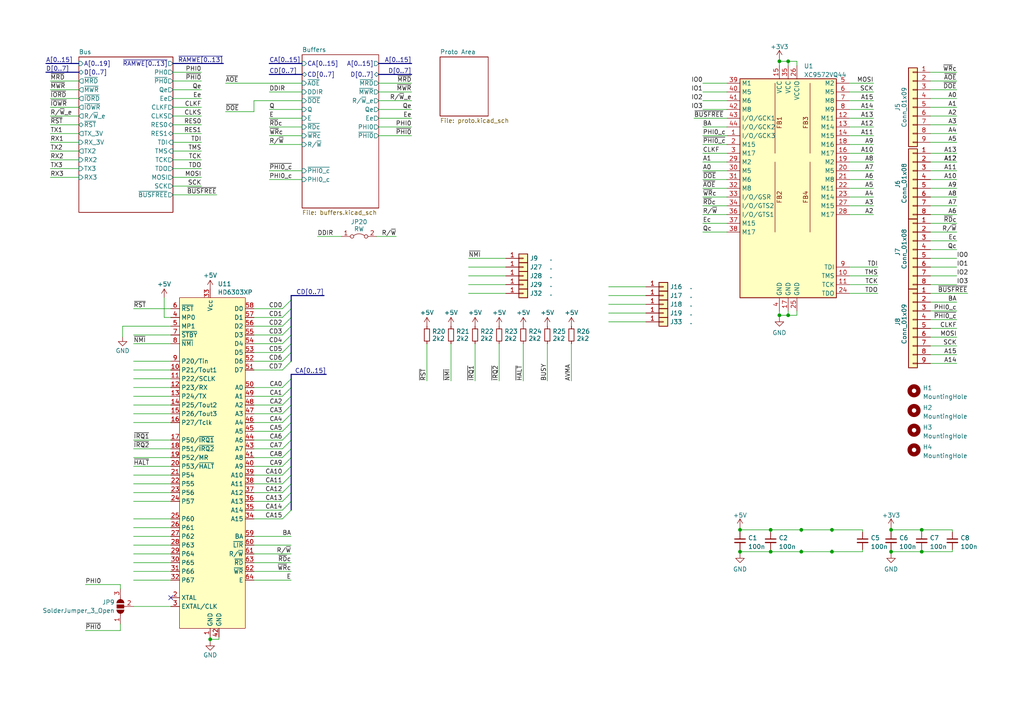
<source format=kicad_sch>
(kicad_sch (version 20230121) (generator eeschema)
  (paper "A4")
  (title_block (title "Unicomp v2 - 6502 6802 Board") (date "2023-06-29") (rev "v2") (company "100% Offner") (comment 1 "v2: Initial"))
  (lib_symbols
    (symbol "+5V_1" (power) (pin_names (offset 0))
      (property "Value" "+5V_1" (at 0 3.556 0))
      (symbol "+5V_1_1_1"
        (pin power_in line (at 0 0 90) (length 0) hide (name "+5V") (number "1"))
      )
    )
    (symbol "+5V_2" (power) (pin_names (offset 0))
      (property "Value" "+5V_2" (at 0 3.556 0))
      (symbol "+5V_2_1_1"
        (pin power_in line (at 0 0 90) (length 0) hide (name "+5V") (number "1"))
      )
    )
    (symbol "Connector_Generic:Conn_01x01" (pin_names (offset 1.016) hide)
      (property "Reference" "J" (at 0 2.54 0))
      (property "Value" "Conn_01x01" (at 0 -2.54 0))
      (symbol "Conn_01x01_1_1"
        (pin passive line (at -5.08 0 0) (length 3.81) (name "Pin_1") (number "1"))
      )
    )
    (symbol "Connector_Generic:Conn_01x08" (pin_names (offset 1.016) hide)
      (property "Reference" "J" (at 0 10.16 0))
      (property "Value" "Conn_01x08" (at 0 -12.7 0))
      (symbol "Conn_01x08_1_1"
        (pin passive line (at -5.08 7.62 0) (length 3.81) (name "Pin_1") (number "1"))
        (pin passive line (at -5.08 5.08 0) (length 3.81) (name "Pin_2") (number "2"))
        (pin passive line (at -5.08 2.54 0) (length 3.81) (name "Pin_3") (number "3"))
        (pin passive line (at -5.08 0 0) (length 3.81) (name "Pin_4") (number "4"))
        (pin passive line (at -5.08 -2.54 0) (length 3.81) (name "Pin_5") (number "5"))
        (pin passive line (at -5.08 -5.08 0) (length 3.81) (name "Pin_6") (number "6"))
        (pin passive line (at -5.08 -7.62 0) (length 3.81) (name "Pin_7") (number "7"))
        (pin passive line (at -5.08 -10.16 0) (length 3.81) (name "Pin_8") (number "8"))
      )
    )
    (symbol "Connector_Generic:Conn_01x09" (pin_names (offset 1.016) hide)
      (property "Reference" "J" (at 0 12.7 0))
      (property "Value" "Conn_01x09" (at 0 -12.7 0))
      (symbol "Conn_01x09_1_1"
        (pin passive line (at -5.08 10.16 0) (length 3.81) (name "Pin_1") (number "1"))
        (pin passive line (at -5.08 7.62 0) (length 3.81) (name "Pin_2") (number "2"))
        (pin passive line (at -5.08 5.08 0) (length 3.81) (name "Pin_3") (number "3"))
        (pin passive line (at -5.08 2.54 0) (length 3.81) (name "Pin_4") (number "4"))
        (pin passive line (at -5.08 0 0) (length 3.81) (name "Pin_5") (number "5"))
        (pin passive line (at -5.08 -2.54 0) (length 3.81) (name "Pin_6") (number "6"))
        (pin passive line (at -5.08 -5.08 0) (length 3.81) (name "Pin_7") (number "7"))
        (pin passive line (at -5.08 -7.62 0) (length 3.81) (name "Pin_8") (number "8"))
        (pin passive line (at -5.08 -10.16 0) (length 3.81) (name "Pin_9") (number "9"))
      )
    )
    (symbol "Device:C_Small" (pin_numbers hide) (pin_names (offset 0.254) hide)
      (property "Reference" "C" (at 0.254 1.778 0))
      (property "Value" "C_Small" (at 0.254 -2.032 0))
      (symbol "C_Small_1_1"
        (pin passive line (at 0 2.54 270) (length 2.032) (name "~") (number "1"))
        (pin passive line (at 0 -2.54 90) (length 2.032) (name "~") (number "2"))
      )
    )
    (symbol "Device:R_Small" (pin_numbers hide) (pin_names (offset 0.254) hide)
      (property "Reference" "R" (at 0.762 0.508 0))
      (property "Value" "R_Small" (at 0.762 -1.016 0))
      (symbol "R_Small_1_1"
        (pin passive line (at 0 2.54 270) (length 0.762) (name "~") (number "1"))
        (pin passive line (at 0 -2.54 90) (length 0.762) (name "~") (number "2"))
      )
    )
    (symbol "GND_1" (power) (pin_names (offset 0))
      (property "Value" "GND_1" (at 0 -3.81 0))
      (symbol "GND_1_1_1"
        (pin power_in line (at 0 0 270) (length 0) hide (name "GND") (number "1"))
      )
    )
    (symbol "Jumper:Jumper_2_Bridged" (pin_names (offset 0) hide)
      (property "Reference" "JP" (at 0 1.905 0))
      (property "Value" "Jumper_2_Bridged" (at 0 -2.54 0))
      (symbol "Jumper_2_Bridged_1_1"
        (pin passive line (at -5.08 0 0) (length 2.54) (name "A") (number "1"))
        (pin passive line (at 5.08 0 180) (length 2.54) (name "B") (number "2"))
      )
    )
    (symbol "Jumper:SolderJumper_3_Open" (pin_names (offset 0) hide)
      (property "Reference" "JP" (at -2.54 -2.54 0))
      (property "Value" "SolderJumper_3_Open" (at 0 2.794 0))
      (symbol "SolderJumper_3_Open_1_1"
        (pin passive line (at -5.08 0 0) (length 2.54) (name "A") (number "1"))
        (pin passive line (at 0 -3.81 90) (length 2.54) (name "C") (number "2"))
        (pin passive line (at 5.08 0 180) (length 2.54) (name "B") (number "3"))
      )
    )
    (symbol "Mechanical:MountingHole" (pin_names (offset 1.016))
      (property "Reference" "H" (at 0 5.08 0))
      (property "Value" "MountingHole" (at 0 3.175 0))
    )
    (symbol "my_ics_new:HD6303XP"
      (property "Reference" "U" (at 1.905 50.165 0))
      (property "Value" "HD6303XP" (at 6.35 47.625 0))
      (symbol "HD6303XP_1_1"
        (pin power_in line (at 0 -52.07 90) (length 2.54) (name "GND") (number "1"))
        (pin bidirectional line (at -11.43 25.4 0) (length 2.54) (name "P21/Tout1") (number "10"))
        (pin bidirectional line (at -11.43 22.86 0) (length 2.54) (name "P22/SCLK") (number "11"))
        (pin bidirectional line (at -11.43 20.32 0) (length 2.54) (name "P23/RX") (number "12"))
        (pin bidirectional line (at -11.43 17.78 0) (length 2.54) (name "P24/TX") (number "13"))
        (pin bidirectional line (at -11.43 15.24 0) (length 2.54) (name "P25/Tout2") (number "14"))
        (pin bidirectional line (at -11.43 12.7 0) (length 2.54) (name "P26/Tout3") (number "15"))
        (pin bidirectional line (at -11.43 10.16 0) (length 2.54) (name "P27/Tclk") (number "16"))
        (pin input line (at -11.43 5.08 0) (length 2.54) (name "P50/~{IRQ1}") (number "17"))
        (pin input line (at -11.43 2.54 0) (length 2.54) (name "P51/~{IRQ2}") (number "18"))
        (pin input line (at -11.43 0 0) (length 2.54) (name "P52/MR") (number "19"))
        (pin output line (at -11.43 -40.64 0) (length 2.54) (name "XTAL") (number "2"))
        (pin input line (at -11.43 -2.54 0) (length 2.54) (name "P53/~{HALT}") (number "20"))
        (pin input line (at -11.43 -5.08 0) (length 2.54) (name "P54") (number "21"))
        (pin input line (at -11.43 -7.62 0) (length 2.54) (name "P55") (number "22"))
        (pin input line (at -11.43 -10.16 0) (length 2.54) (name "P56") (number "23"))
        (pin input line (at -11.43 -12.7 0) (length 2.54) (name "P57") (number "24"))
        (pin bidirectional line (at -11.43 -17.78 0) (length 2.54) (name "P60") (number "25"))
        (pin bidirectional line (at -11.43 -20.32 0) (length 2.54) (name "P61") (number "26"))
        (pin bidirectional line (at -11.43 -22.86 0) (length 2.54) (name "P62") (number "27"))
        (pin bidirectional line (at -11.43 -25.4 0) (length 2.54) (name "P63") (number "28"))
        (pin bidirectional line (at -11.43 -27.94 0) (length 2.54) (name "P64") (number "29"))
        (pin input line (at -11.43 -43.18 0) (length 2.54) (name "EXTAL/CLK") (number "3"))
        (pin bidirectional line (at -11.43 -30.48 0) (length 2.54) (name "P65") (number "30"))
        (pin bidirectional line (at -11.43 -33.02 0) (length 2.54) (name "P66") (number "31"))
        (pin bidirectional line (at -11.43 -35.56 0) (length 2.54) (name "P67") (number "32"))
        (pin power_in line (at 0 48.895 270) (length 2.54) (name "Vcc") (number "33"))
        (pin power_in line (at 12.7 -17.78 180) (length 2.54) (name "A15") (number "34"))
        (pin power_in line (at 12.7 -15.24 180) (length 2.54) (name "A14") (number "35"))
        (pin power_in line (at 12.7 -12.7 180) (length 2.54) (name "A13") (number "36"))
        (pin power_in line (at 12.7 -10.16 180) (length 2.54) (name "A12") (number "37"))
        (pin power_in line (at 12.7 -7.62 180) (length 2.54) (name "A11") (number "38"))
        (pin power_in line (at 12.7 -5.08 180) (length 2.54) (name "A10") (number "39"))
        (pin input line (at -11.43 40.64 0) (length 2.54) (name "MP0") (number "4"))
        (pin power_in line (at 12.7 -2.54 180) (length 2.54) (name "A9") (number "40"))
        (pin power_in line (at 12.7 0 180) (length 2.54) (name "A8") (number "41"))
        (pin power_in line (at 2.54 -52.07 90) (length 2.54) (name "GND") (number "42"))
        (pin power_in line (at 12.7 2.54 180) (length 2.54) (name "A7") (number "43"))
        (pin power_in line (at 12.7 5.08 180) (length 2.54) (name "A6") (number "44"))
        (pin power_in line (at 12.7 7.62 180) (length 2.54) (name "A5") (number "45"))
        (pin power_in line (at 12.7 10.16 180) (length 2.54) (name "A4") (number "46"))
        (pin power_in line (at 12.7 12.7 180) (length 2.54) (name "A3") (number "47"))
        (pin power_in line (at 12.7 15.24 180) (length 2.54) (name "A2") (number "48"))
        (pin power_in line (at 12.7 17.78 180) (length 2.54) (name "A1") (number "49"))
        (pin input line (at -11.43 38.1 0) (length 2.54) (name "MP1") (number "5"))
        (pin power_in line (at 12.7 20.32 180) (length 2.54) (name "A0") (number "50"))
        (pin bidirectional line (at 12.7 25.4 180) (length 2.54) (name "D7") (number "51"))
        (pin bidirectional line (at 12.7 27.94 180) (length 2.54) (name "D6") (number "52"))
        (pin bidirectional line (at 12.7 30.48 180) (length 2.54) (name "D5") (number "53"))
        (pin bidirectional line (at 12.7 33.02 180) (length 2.54) (name "D4") (number "54"))
        (pin bidirectional line (at 12.7 35.56 180) (length 2.54) (name "D3") (number "55"))
        (pin bidirectional line (at 12.7 38.1 180) (length 2.54) (name "D2") (number "56"))
        (pin bidirectional line (at 12.7 40.64 180) (length 2.54) (name "D1") (number "57"))
        (pin bidirectional line (at 12.7 43.18 180) (length 2.54) (name "D0") (number "58"))
        (pin output line (at 12.7 -22.86 180) (length 2.54) (name "BA") (number "59"))
        (pin input line (at -11.43 43.18 0) (length 2.54) (name "~{RST}") (number "6"))
        (pin output line (at 12.7 -25.4 180) (length 2.54) (name "~{LIR}") (number "60"))
        (pin output line (at 12.7 -27.94 180) (length 2.54) (name "R/~{W}") (number "61"))
        (pin output line (at 12.7 -33.02 180) (length 2.54) (name "~{WR}") (number "62"))
        (pin output line (at 12.7 -30.48 180) (length 2.54) (name "~{RD}") (number "63"))
        (pin output line (at 12.7 -35.56 180) (length 2.54) (name "E") (number "64"))
        (pin input line (at -11.43 35.56 0) (length 2.54) (name "~{STBY}") (number "7"))
        (pin input line (at -11.43 33.02 0) (length 2.54) (name "~{NMI}") (number "8"))
        (pin bidirectional line (at -11.43 27.94 0) (length 2.54) (name "P20/Tin") (number "9"))
      )
    )
    (symbol "my_ics_new:XC9572VQ44"
      (property "Reference" "U" (at -12.7 34.29 0))
      (property "Value" "XC9572VQ44" (at -12.7 31.75 0))
      (symbol "XC9572VQ44_0_0"
        (text "FB1" (at -2.54 16.51 900) (effects (font (size 1.27 1.27))))
        (text "FB2" (at -2.54 -5.08 900) (effects (font (size 1.27 1.27))))
        (text "FB3" (at 5.08 16.51 900) (effects (font (size 1.27 1.27))))
        (text "FB4" (at 5.08 -5.08 900) (effects (font (size 1.27 1.27))))
      )
      (symbol "XC9572VQ44_1_1"
        (pin bidirectional line (at -17.78 12.7 0) (length 3.81) (name "I/O/GCK3") (number "1"))
        (pin input line (at 17.78 -27.94 180) (length 3.81) (name "TMS") (number "10"))
        (pin input line (at 17.78 -30.48 180) (length 3.81) (name "TCK") (number "11"))
        (pin bidirectional line (at 17.78 17.78 180) (length 3.81) (name "M11") (number "12"))
        (pin bidirectional line (at 17.78 15.24 180) (length 3.81) (name "M14") (number "13"))
        (pin bidirectional line (at 17.78 12.7 180) (length 3.81) (name "M15") (number "14"))
        (pin power_in line (at -2.54 33.02 270) (length 3.81) (name "VCC") (number "15"))
        (pin bidirectional line (at 17.78 7.62 180) (length 3.81) (name "M17") (number "16"))
        (pin power_in line (at 0 -38.1 90) (length 3.81) (name "GND") (number "17"))
        (pin bidirectional line (at 17.78 10.16 180) (length 3.81) (name "M16") (number "18"))
        (pin bidirectional line (at 17.78 5.08 180) (length 3.81) (name "M2") (number "19"))
        (pin bidirectional line (at -17.78 10.16 0) (length 3.81) (name "M15") (number "2"))
        (pin bidirectional line (at 17.78 2.54 180) (length 3.81) (name "M5") (number "20"))
        (pin bidirectional line (at 17.78 0 180) (length 3.81) (name "M8") (number "21"))
        (pin bidirectional line (at 17.78 -2.54 180) (length 3.81) (name "M11") (number "22"))
        (pin bidirectional line (at 17.78 -5.08 180) (length 3.81) (name "M14") (number "23"))
        (pin output line (at 17.78 -33.02 180) (length 3.81) (name "TDO") (number "24"))
        (pin power_in line (at 2.54 -38.1 90) (length 3.81) (name "GND") (number "25"))
        (pin power_in line (at 2.54 33.02 270) (length 3.81) (name "VCCIO") (number "26"))
        (pin bidirectional line (at 17.78 -7.62 180) (length 3.81) (name "M15") (number "27"))
        (pin bidirectional line (at 17.78 -10.16 180) (length 3.81) (name "M17") (number "28"))
        (pin bidirectional line (at -17.78 5.08 0) (length 3.81) (name "M2") (number "29"))
        (pin bidirectional line (at -17.78 7.62 0) (length 3.81) (name "M17") (number "3"))
        (pin bidirectional line (at -17.78 2.54 0) (length 3.81) (name "M5") (number "30"))
        (pin bidirectional line (at -17.78 0 0) (length 3.81) (name "M6") (number "31"))
        (pin bidirectional line (at -17.78 -2.54 0) (length 3.81) (name "M8") (number "32"))
        (pin bidirectional line (at -17.78 -5.08 0) (length 3.81) (name "I/O/GSR") (number "33"))
        (pin bidirectional line (at -17.78 -7.62 0) (length 3.81) (name "I/O/GTS2") (number "34"))
        (pin power_in line (at 0 33.02 270) (length 3.81) (name "VCC") (number "35"))
        (pin bidirectional line (at -17.78 -10.16 0) (length 3.81) (name "I/O/GTS1") (number "36"))
        (pin bidirectional line (at -17.78 -12.7 0) (length 3.81) (name "M15") (number "37"))
        (pin bidirectional line (at -17.78 -15.24 0) (length 3.81) (name "M17") (number "38"))
        (pin bidirectional line (at -17.78 27.94 0) (length 3.81) (name "M1") (number "39"))
        (pin power_in line (at -2.54 -38.1 90) (length 3.81) (name "GND") (number "4"))
        (pin bidirectional line (at -17.78 25.4 0) (length 3.81) (name "M5") (number "40"))
        (pin bidirectional line (at -17.78 22.86 0) (length 3.81) (name "M6") (number "41"))
        (pin bidirectional line (at -17.78 20.32 0) (length 3.81) (name "M8") (number "42"))
        (pin bidirectional line (at -17.78 17.78 0) (length 3.81) (name "I/O/GCK1") (number "43"))
        (pin bidirectional line (at -17.78 15.24 0) (length 3.81) (name "I/O/GCK2") (number "44"))
        (pin bidirectional line (at 17.78 27.94 180) (length 3.81) (name "M2") (number "5"))
        (pin bidirectional line (at 17.78 25.4 180) (length 3.81) (name "M5") (number "6"))
        (pin bidirectional line (at 17.78 22.86 180) (length 3.81) (name "M8") (number "7"))
        (pin bidirectional line (at 17.78 20.32 180) (length 3.81) (name "M9") (number "8"))
        (pin input line (at 17.78 -25.4 180) (length 3.81) (name "TDI") (number "9"))
      )
    )
    (symbol "power:+3V3" (power) (pin_names (offset 0))
      (property "Value" "+3V3" (at 0 3.556 0))
      (symbol "+3V3_1_1"
        (pin power_in line (at 0 0 90) (length 0) hide (name "+3V3") (number "1"))
      )
    )
    (symbol "power:+5V" (power) (pin_names (offset 0))
      (property "Value" "+5V" (at 0 3.556 0))
      (symbol "+5V_1_1"
        (pin power_in line (at 0 0 90) (length 0) hide (name "+5V") (number "1"))
      )
    )
    (symbol "power:GND" (power) (pin_names (offset 0))
      (property "Value" "GND" (at 0 -3.81 0))
      (symbol "GND_1_1"
        (pin power_in line (at 0 0 270) (length 0) hide (name "GND") (number "1"))
      )
    )
  )
  (junction (at 232.41 160.02))
  (junction (at 258.445 153.67))
  (junction (at 226.06 17.78))
  (junction (at 223.52 153.67))
  (junction (at 241.3 160.02))
  (junction (at 60.96 185.42))
  (junction (at 241.3 153.67))
  (junction (at 214.63 153.67))
  (junction (at 267.335 153.67))
  (junction (at 223.52 160.02))
  (junction (at 228.6 91.44))
  (junction (at 232.41 153.67))
  (junction (at 214.63 160.02))
  (junction (at 258.445 160.02))
  (junction (at 226.06 91.44))
  (junction (at 228.6 17.78))
  (junction (at 267.335 160.02))
  (no_connect (at 49.53 173.355))
  (bus_entry (at 84.455 112.395) (size -2.54 2.54))
  (bus_entry (at 84.455 140.335) (size -2.54 2.54))
  (bus_entry (at 84.455 94.615) (size -2.54 2.54))
  (bus_entry (at 84.455 120.015) (size -2.54 2.54))
  (bus_entry (at 84.455 89.535) (size -2.54 2.54))
  (bus_entry (at 84.455 135.255) (size -2.54 2.54))
  (bus_entry (at 84.455 86.995) (size -2.54 2.54))
  (bus_entry (at 84.455 145.415) (size -2.54 2.54))
  (bus_entry (at 84.455 117.475) (size -2.54 2.54))
  (bus_entry (at 84.455 142.875) (size -2.54 2.54))
  (bus_entry (at 84.455 104.775) (size -2.54 2.54))
  (bus_entry (at 84.455 132.715) (size -2.54 2.54))
  (bus_entry (at 84.455 109.855) (size -2.54 2.54))
  (bus_entry (at 84.455 127.635) (size -2.54 2.54))
  (bus_entry (at 84.455 97.155) (size -2.54 2.54))
  (bus_entry (at 84.455 102.235) (size -2.54 2.54))
  (bus_entry (at 84.455 114.935) (size -2.54 2.54))
  (bus_entry (at 84.455 122.555) (size -2.54 2.54))
  (bus_entry (at 84.455 99.695) (size -2.54 2.54))
  (bus_entry (at 84.455 137.795) (size -2.54 2.54))
  (bus_entry (at 84.455 130.175) (size -2.54 2.54))
  (bus_entry (at 84.455 125.095) (size -2.54 2.54))
  (bus_entry (at 84.455 92.075) (size -2.54 2.54))
  (bus_entry (at 84.455 147.955) (size -2.54 2.54))
  (bus (pts (xy 84.455 94.615) (xy 84.455 97.155)))
  (wire (pts (xy 269.875 41.275) (xy 277.495 41.275)))
  (wire (pts (xy 241.3 159.385) (xy 241.3 160.02)))
  (wire (pts (xy 250.19 159.385) (xy 250.19 160.02)))
  (wire (pts (xy 203.835 24.13) (xy 210.82 24.13)))
  (wire (pts (xy 223.52 153.67) (xy 223.52 154.305)))
  (wire (pts (xy 73.66 158.115) (xy 84.455 158.115)))
  (wire (pts (xy 38.735 135.255) (xy 49.53 135.255)))
  (wire (pts (xy 14.605 31.115) (xy 22.86 31.115)))
  (wire (pts (xy 269.875 69.85) (xy 277.495 69.85)))
  (bus (pts (xy 84.455 147.955) (xy 84.455 145.415)))
  (wire (pts (xy 246.38 26.67) (xy 253.365 26.67)))
  (wire (pts (xy 73.66 94.615) (xy 81.915 94.615)))
  (wire (pts (xy 50.165 43.815) (xy 58.42 43.815)))
  (wire (pts (xy 73.66 107.315) (xy 81.915 107.315)))
  (bus (pts (xy 50.165 18.415) (xy 64.77 18.415)))
  (wire (pts (xy 38.735 89.535) (xy 49.53 89.535)))
  (wire (pts (xy 269.875 54.61) (xy 277.495 54.61)))
  (wire (pts (xy 38.735 153.035) (xy 49.53 153.035)))
  (wire (pts (xy 269.875 49.53) (xy 277.495 49.53)))
  (bus (pts (xy 109.855 21.59) (xy 119.38 21.59)))
  (wire (pts (xy 176.53 93.345) (xy 187.325 93.345)))
  (wire (pts (xy 38.735 150.495) (xy 49.53 150.495)))
  (wire (pts (xy 151.765 110.49) (xy 151.765 99.695)))
  (bus (pts (xy 84.455 125.095) (xy 84.455 122.555)))
  (bus (pts (xy 84.455 99.695) (xy 84.455 102.235)))
  (wire (pts (xy 109.855 26.67) (xy 119.38 26.67)))
  (wire (pts (xy 65.405 32.385) (xy 73.66 32.385)))
  (wire (pts (xy 269.875 26.035) (xy 277.495 26.035)))
  (wire (pts (xy 201.295 34.29) (xy 210.82 34.29)))
  (wire (pts (xy 60.96 185.42) (xy 60.96 186.055)))
  (wire (pts (xy 38.735 163.195) (xy 49.53 163.195)))
  (wire (pts (xy 269.875 38.735) (xy 277.495 38.735)))
  (wire (pts (xy 73.66 99.695) (xy 81.915 99.695)))
  (wire (pts (xy 50.165 36.195) (xy 58.42 36.195)))
  (wire (pts (xy 214.63 160.655) (xy 214.63 160.02)))
  (wire (pts (xy 73.66 145.415) (xy 81.915 145.415)))
  (bus (pts (xy 84.455 86.995) (xy 84.455 89.535)))
  (wire (pts (xy 203.835 39.37) (xy 210.82 39.37)))
  (wire (pts (xy 214.63 160.02) (xy 223.52 160.02)))
  (wire (pts (xy 269.875 74.93) (xy 277.495 74.93)))
  (wire (pts (xy 203.835 26.67) (xy 210.82 26.67)))
  (wire (pts (xy 73.66 168.275) (xy 84.455 168.275)))
  (wire (pts (xy 146.685 85.09) (xy 135.89 85.09)))
  (wire (pts (xy 73.66 147.955) (xy 81.915 147.955)))
  (wire (pts (xy 38.735 120.015) (xy 49.53 120.015)))
  (wire (pts (xy 38.735 160.655) (xy 49.53 160.655)))
  (wire (pts (xy 65.405 24.13) (xy 87.63 24.13)))
  (bus (pts (xy 84.455 117.475) (xy 84.455 114.935)))
  (wire (pts (xy 109.855 39.37) (xy 119.38 39.37)))
  (wire (pts (xy 50.165 20.955) (xy 58.42 20.955)))
  (wire (pts (xy 267.335 160.02) (xy 276.225 160.02)))
  (bus (pts (xy 84.455 127.635) (xy 84.455 125.095)))
  (wire (pts (xy 226.06 17.78) (xy 226.06 19.05)))
  (bus (pts (xy 109.855 18.415) (xy 119.38 18.415)))
  (wire (pts (xy 38.735 109.855) (xy 49.53 109.855)))
  (wire (pts (xy 50.165 28.575) (xy 58.42 28.575)))
  (wire (pts (xy 35.56 94.615) (xy 49.53 94.615)))
  (wire (pts (xy 78.105 41.91) (xy 87.63 41.91)))
  (wire (pts (xy 73.66 112.395) (xy 81.915 112.395)))
  (wire (pts (xy 109.855 24.13) (xy 119.38 24.13)))
  (wire (pts (xy 63.5 185.42) (xy 63.5 184.785)))
  (wire (pts (xy 250.19 153.67) (xy 250.19 154.305)))
  (wire (pts (xy 73.66 104.775) (xy 81.915 104.775)))
  (wire (pts (xy 232.41 160.02) (xy 241.3 160.02)))
  (wire (pts (xy 38.735 107.315) (xy 49.53 107.315)))
  (wire (pts (xy 73.66 163.195) (xy 84.455 163.195)))
  (wire (pts (xy 228.6 17.78) (xy 228.6 19.05)))
  (wire (pts (xy 203.835 36.83) (xy 210.82 36.83)))
  (wire (pts (xy 258.445 153.67) (xy 267.335 153.67)))
  (wire (pts (xy 78.105 49.53) (xy 87.63 49.53)))
  (wire (pts (xy 269.875 52.07) (xy 277.495 52.07)))
  (wire (pts (xy 14.605 46.355) (xy 22.86 46.355)))
  (wire (pts (xy 92.075 68.58) (xy 99.06 68.58)))
  (wire (pts (xy 78.105 36.83) (xy 87.63 36.83)))
  (wire (pts (xy 34.925 182.88) (xy 34.925 180.975)))
  (wire (pts (xy 269.875 102.87) (xy 277.495 102.87)))
  (bus (pts (xy 84.455 108.585) (xy 94.615 108.585)))
  (wire (pts (xy 269.875 57.15) (xy 277.495 57.15)))
  (wire (pts (xy 203.835 54.61) (xy 210.82 54.61)))
  (wire (pts (xy 246.38 59.69) (xy 253.365 59.69)))
  (wire (pts (xy 226.06 17.145) (xy 226.06 17.78)))
  (wire (pts (xy 50.165 51.435) (xy 58.42 51.435)))
  (wire (pts (xy 258.445 153.035) (xy 258.445 153.67)))
  (wire (pts (xy 73.66 155.575) (xy 84.455 155.575)))
  (bus (pts (xy 84.455 120.015) (xy 84.455 117.475)))
  (wire (pts (xy 246.38 24.13) (xy 253.365 24.13)))
  (wire (pts (xy 73.66 92.075) (xy 81.915 92.075)))
  (wire (pts (xy 269.875 62.23) (xy 277.495 62.23)))
  (wire (pts (xy 203.835 59.69) (xy 210.82 59.69)))
  (wire (pts (xy 269.875 82.55) (xy 277.495 82.55)))
  (wire (pts (xy 258.445 153.67) (xy 258.445 154.305)))
  (wire (pts (xy 38.735 142.875) (xy 49.53 142.875)))
  (bus (pts (xy 84.455 132.715) (xy 84.455 130.175)))
  (wire (pts (xy 38.735 117.475) (xy 49.53 117.475)))
  (wire (pts (xy 203.835 52.07) (xy 210.82 52.07)))
  (wire (pts (xy 14.605 41.275) (xy 22.86 41.275)))
  (wire (pts (xy 226.06 17.78) (xy 228.6 17.78)))
  (wire (pts (xy 267.335 159.385) (xy 267.335 160.02)))
  (wire (pts (xy 38.735 140.335) (xy 49.53 140.335)))
  (wire (pts (xy 158.75 110.49) (xy 158.75 99.695)))
  (wire (pts (xy 232.41 153.67) (xy 232.41 154.305)))
  (wire (pts (xy 78.105 34.29) (xy 87.63 34.29)))
  (wire (pts (xy 73.66 120.015) (xy 81.915 120.015)))
  (wire (pts (xy 24.765 169.545) (xy 34.925 169.545)))
  (wire (pts (xy 14.605 51.435) (xy 22.86 51.435)))
  (wire (pts (xy 38.735 114.935) (xy 49.53 114.935)))
  (wire (pts (xy 176.53 90.805) (xy 187.325 90.805)))
  (wire (pts (xy 269.875 20.955) (xy 277.495 20.955)))
  (wire (pts (xy 203.835 57.15) (xy 210.82 57.15)))
  (wire (pts (xy 269.875 77.47) (xy 277.495 77.47)))
  (wire (pts (xy 214.63 153.035) (xy 214.63 153.67)))
  (wire (pts (xy 232.41 153.67) (xy 241.3 153.67)))
  (wire (pts (xy 73.66 102.235) (xy 81.915 102.235)))
  (bus (pts (xy 84.455 142.875) (xy 84.455 140.335)))
  (wire (pts (xy 146.685 77.47) (xy 135.89 77.47)))
  (wire (pts (xy 246.38 34.29) (xy 253.365 34.29)))
  (wire (pts (xy 231.14 91.44) (xy 231.14 90.17)))
  (wire (pts (xy 246.38 39.37) (xy 253.365 39.37)))
  (wire (pts (xy 223.52 153.67) (xy 232.41 153.67)))
  (wire (pts (xy 38.735 155.575) (xy 49.53 155.575)))
  (wire (pts (xy 60.96 184.785) (xy 60.96 185.42)))
  (wire (pts (xy 269.875 28.575) (xy 277.495 28.575)))
  (wire (pts (xy 14.605 33.655) (xy 22.86 33.655)))
  (wire (pts (xy 73.66 117.475) (xy 81.915 117.475)))
  (bus (pts (xy 84.455 112.395) (xy 84.455 109.855)))
  (wire (pts (xy 50.165 26.035) (xy 58.42 26.035)))
  (wire (pts (xy 38.735 104.775) (xy 49.53 104.775)))
  (wire (pts (xy 228.6 91.44) (xy 231.14 91.44)))
  (wire (pts (xy 176.53 83.185) (xy 187.325 83.185)))
  (bus (pts (xy 22.86 18.415) (xy 13.335 18.415)))
  (wire (pts (xy 269.875 33.655) (xy 277.495 33.655)))
  (wire (pts (xy 38.735 132.715) (xy 49.53 132.715)))
  (wire (pts (xy 228.6 17.78) (xy 231.14 17.78)))
  (wire (pts (xy 269.875 87.63) (xy 277.495 87.63)))
  (wire (pts (xy 146.685 80.01) (xy 135.89 80.01)))
  (bus (pts (xy 93.98 85.725) (xy 84.455 85.725)))
  (wire (pts (xy 246.38 77.47) (xy 254.635 77.47)))
  (wire (pts (xy 109.855 34.29) (xy 119.38 34.29)))
  (wire (pts (xy 246.38 62.23) (xy 253.365 62.23)))
  (wire (pts (xy 232.41 159.385) (xy 232.41 160.02)))
  (wire (pts (xy 73.66 122.555) (xy 81.915 122.555)))
  (wire (pts (xy 228.6 91.44) (xy 228.6 90.17)))
  (wire (pts (xy 50.165 48.895) (xy 58.42 48.895)))
  (wire (pts (xy 73.66 29.21) (xy 87.63 29.21)))
  (wire (pts (xy 73.66 89.535) (xy 81.915 89.535)))
  (wire (pts (xy 50.165 33.655) (xy 58.42 33.655)))
  (wire (pts (xy 246.38 36.83) (xy 253.365 36.83)))
  (wire (pts (xy 73.66 130.175) (xy 81.915 130.175)))
  (wire (pts (xy 73.66 132.715) (xy 81.915 132.715)))
  (wire (pts (xy 269.875 80.01) (xy 277.495 80.01)))
  (wire (pts (xy 269.875 31.115) (xy 277.495 31.115)))
  (wire (pts (xy 47.625 86.36) (xy 47.625 92.075)))
  (wire (pts (xy 203.835 46.99) (xy 210.82 46.99)))
  (wire (pts (xy 176.53 85.725) (xy 187.325 85.725)))
  (wire (pts (xy 78.105 52.07) (xy 87.63 52.07)))
  (wire (pts (xy 73.66 137.795) (xy 81.915 137.795)))
  (wire (pts (xy 14.605 36.195) (xy 22.86 36.195)))
  (bus (pts (xy 84.455 97.155) (xy 84.455 99.695)))
  (wire (pts (xy 38.735 165.735) (xy 49.53 165.735)))
  (bus (pts (xy 87.63 18.415) (xy 78.105 18.415)))
  (wire (pts (xy 241.3 153.67) (xy 241.3 154.305)))
  (wire (pts (xy 38.735 158.115) (xy 49.53 158.115)))
  (wire (pts (xy 50.165 41.275) (xy 58.42 41.275)))
  (wire (pts (xy 269.875 92.71) (xy 277.495 92.71)))
  (wire (pts (xy 226.06 91.44) (xy 228.6 91.44)))
  (bus (pts (xy 84.455 122.555) (xy 84.455 120.015)))
  (wire (pts (xy 269.875 67.31) (xy 277.495 67.31)))
  (wire (pts (xy 269.875 90.17) (xy 277.495 90.17)))
  (wire (pts (xy 226.06 90.17) (xy 226.06 91.44)))
  (wire (pts (xy 269.875 97.79) (xy 277.495 97.79)))
  (bus (pts (xy 84.455 130.175) (xy 84.455 127.635)))
  (wire (pts (xy 223.52 159.385) (xy 223.52 160.02)))
  (bus (pts (xy 84.455 114.935) (xy 84.455 112.395)))
  (wire (pts (xy 203.835 64.77) (xy 210.82 64.77)))
  (wire (pts (xy 50.165 53.975) (xy 58.42 53.975)))
  (wire (pts (xy 203.835 49.53) (xy 210.82 49.53)))
  (wire (pts (xy 137.795 110.49) (xy 137.795 99.695)))
  (wire (pts (xy 38.735 112.395) (xy 49.53 112.395)))
  (wire (pts (xy 38.735 145.415) (xy 49.53 145.415)))
  (wire (pts (xy 203.835 29.21) (xy 210.82 29.21)))
  (bus (pts (xy 84.455 102.235) (xy 84.455 104.775)))
  (wire (pts (xy 14.605 28.575) (xy 22.86 28.575)))
  (wire (pts (xy 246.38 29.21) (xy 253.365 29.21)))
  (wire (pts (xy 78.105 39.37) (xy 87.63 39.37)))
  (wire (pts (xy 246.38 49.53) (xy 253.365 49.53)))
  (wire (pts (xy 50.165 56.515) (xy 62.865 56.515)))
  (bus (pts (xy 84.455 85.725) (xy 84.455 86.995)))
  (bus (pts (xy 84.455 135.255) (xy 84.455 132.715)))
  (wire (pts (xy 246.38 31.75) (xy 253.365 31.75)))
  (wire (pts (xy 73.66 150.495) (xy 81.915 150.495)))
  (wire (pts (xy 38.735 130.175) (xy 49.53 130.175)))
  (wire (pts (xy 203.835 41.91) (xy 210.82 41.91)))
  (wire (pts (xy 73.66 127.635) (xy 81.915 127.635)))
  (wire (pts (xy 223.52 160.02) (xy 232.41 160.02)))
  (wire (pts (xy 50.165 38.735) (xy 58.42 38.735)))
  (wire (pts (xy 246.38 41.91) (xy 253.365 41.91)))
  (wire (pts (xy 123.825 110.49) (xy 123.825 99.695)))
  (wire (pts (xy 14.605 43.815) (xy 22.86 43.815)))
  (wire (pts (xy 269.875 36.195) (xy 277.495 36.195)))
  (wire (pts (xy 231.14 17.78) (xy 231.14 19.05)))
  (wire (pts (xy 38.735 168.275) (xy 49.53 168.275)))
  (wire (pts (xy 38.735 99.695) (xy 49.53 99.695)))
  (wire (pts (xy 130.81 110.49) (xy 130.81 99.695)))
  (wire (pts (xy 203.835 67.31) (xy 210.82 67.31)))
  (wire (pts (xy 14.605 38.735) (xy 22.86 38.735)))
  (wire (pts (xy 73.66 140.335) (xy 81.915 140.335)))
  (wire (pts (xy 34.925 169.545) (xy 34.925 170.815)))
  (wire (pts (xy 214.63 153.67) (xy 214.63 154.305)))
  (wire (pts (xy 109.855 29.21) (xy 119.38 29.21)))
  (wire (pts (xy 276.225 159.385) (xy 276.225 160.02)))
  (wire (pts (xy 14.605 23.495) (xy 22.86 23.495)))
  (wire (pts (xy 203.835 44.45) (xy 210.82 44.45)))
  (wire (pts (xy 144.78 110.49) (xy 144.78 99.695)))
  (wire (pts (xy 14.605 26.035) (xy 22.86 26.035)))
  (bus (pts (xy 87.63 21.59) (xy 78.105 21.59)))
  (wire (pts (xy 165.735 110.49) (xy 165.735 99.695)))
  (wire (pts (xy 38.735 97.155) (xy 49.53 97.155)))
  (wire (pts (xy 73.66 165.735) (xy 84.455 165.735)))
  (wire (pts (xy 226.06 91.44) (xy 226.06 92.075)))
  (bus (pts (xy 84.455 109.855) (xy 84.455 108.585)))
  (wire (pts (xy 203.835 62.23) (xy 210.82 62.23)))
  (wire (pts (xy 269.875 59.69) (xy 277.495 59.69)))
  (wire (pts (xy 146.685 74.93) (xy 135.89 74.93)))
  (wire (pts (xy 78.105 26.67) (xy 87.63 26.67)))
  (wire (pts (xy 258.445 160.02) (xy 267.335 160.02)))
  (bus (pts (xy 84.455 137.795) (xy 84.455 135.255)))
  (wire (pts (xy 60.96 185.42) (xy 63.5 185.42)))
  (bus (pts (xy 84.455 140.335) (xy 84.455 137.795)))
  (wire (pts (xy 203.835 31.75) (xy 210.82 31.75)))
  (wire (pts (xy 269.875 85.09) (xy 280.67 85.09)))
  (wire (pts (xy 246.38 52.07) (xy 253.365 52.07)))
  (wire (pts (xy 269.875 100.33) (xy 277.495 100.33)))
  (wire (pts (xy 246.38 44.45) (xy 253.365 44.45)))
  (wire (pts (xy 267.335 153.67) (xy 267.335 154.305)))
  (wire (pts (xy 269.875 23.495) (xy 277.495 23.495)))
  (wire (pts (xy 246.38 54.61) (xy 253.365 54.61)))
  (wire (pts (xy 246.38 85.09) (xy 254.635 85.09)))
  (wire (pts (xy 109.855 36.83) (xy 119.38 36.83)))
  (wire (pts (xy 38.735 127.635) (xy 49.53 127.635)))
  (wire (pts (xy 35.56 97.79) (xy 35.56 94.615)))
  (wire (pts (xy 269.875 46.99) (xy 277.495 46.99)))
  (wire (pts (xy 269.875 72.39) (xy 277.495 72.39)))
  (wire (pts (xy 50.165 23.495) (xy 58.42 23.495)))
  (wire (pts (xy 38.735 137.795) (xy 49.53 137.795)))
  (wire (pts (xy 269.875 95.25) (xy 277.495 95.25)))
  (wire (pts (xy 73.66 135.255) (xy 81.915 135.255)))
  (wire (pts (xy 176.53 88.265) (xy 187.325 88.265)))
  (wire (pts (xy 73.66 114.935) (xy 81.915 114.935)))
  (bus (pts (xy 22.86 20.955) (xy 13.335 20.955)))
  (wire (pts (xy 109.855 31.75) (xy 119.38 31.75)))
  (wire (pts (xy 241.3 160.02) (xy 250.19 160.02)))
  (wire (pts (xy 246.38 46.99) (xy 253.365 46.99)))
  (wire (pts (xy 269.875 64.77) (xy 277.495 64.77)))
  (wire (pts (xy 47.625 92.075) (xy 49.53 92.075)))
  (wire (pts (xy 50.165 46.355) (xy 58.42 46.355)))
  (wire (pts (xy 73.66 160.655) (xy 84.455 160.655)))
  (wire (pts (xy 50.165 31.115) (xy 58.42 31.115)))
  (wire (pts (xy 38.735 175.895) (xy 49.53 175.895)))
  (wire (pts (xy 214.63 160.02) (xy 214.63 159.385)))
  (wire (pts (xy 258.445 159.385) (xy 258.445 160.02)))
  (wire (pts (xy 109.22 68.58) (xy 114.935 68.58)))
  (wire (pts (xy 258.445 160.02) (xy 258.445 160.655)))
  (wire (pts (xy 73.66 32.385) (xy 73.66 29.21)))
  (wire (pts (xy 276.225 153.67) (xy 276.225 154.305)))
  (wire (pts (xy 214.63 153.67) (xy 223.52 153.67)))
  (wire (pts (xy 267.335 153.67) (xy 276.225 153.67)))
  (bus (pts (xy 84.455 89.535) (xy 84.455 92.075)))
  (bus (pts (xy 84.455 145.415) (xy 84.455 142.875)))
  (wire (pts (xy 246.38 80.01) (xy 254.635 80.01)))
  (wire (pts (xy 24.765 182.88) (xy 34.925 182.88)))
  (wire (pts (xy 246.38 82.55) (xy 254.635 82.55)))
  (wire (pts (xy 14.605 48.895) (xy 22.86 48.895)))
  (wire (pts (xy 269.875 105.41) (xy 277.495 105.41)))
  (wire (pts (xy 269.875 44.45) (xy 277.495 44.45)))
  (wire (pts (xy 73.66 97.155) (xy 81.915 97.155)))
  (wire (pts (xy 241.3 153.67) (xy 250.19 153.67)))
  (wire (pts (xy 246.38 57.15) (xy 253.365 57.15)))
  (wire (pts (xy 73.66 125.095) (xy 81.915 125.095)))
  (wire (pts (xy 146.685 82.55) (xy 135.89 82.55)))
  (wire (pts (xy 78.105 31.75) (xy 87.63 31.75)))
  (wire (pts (xy 38.735 122.555) (xy 49.53 122.555)))
  (bus (pts (xy 84.455 92.075) (xy 84.455 94.615)))
  (wire (pts (xy 73.66 142.875) (xy 81.915 142.875)))
  (label "CD3" (at 81.915 97.155 180))
  (label "CA7" (at 81.915 130.175 180))
  (label "~{PHI0}" (at 24.765 182.88 0))
  (label "~{IOWR}" (at 14.605 31.115 0))
  (label "~{PHI0}" (at 119.38 39.37 180))
  (label "A9" (at 253.365 41.91 180))
  (label "A5" (at 253.365 54.61 180))
  (label "A14" (at 277.495 105.41 180))
  (label "~{DOE}" (at 203.835 52.07 0))
  (label "CA14" (at 81.915 147.955 180))
  (label "CA11" (at 81.915 140.335 180))
  (label "~{WR}c" (at 203.835 57.15 0))
  (label "E" (at 78.105 34.29 0))
  (label "~{WR}c" (at 84.455 165.735 180))
  (label "~{NMI}" (at 135.89 74.93 0))
  (label "Ee" (at 58.42 28.575 180))
  (label "PHI0_c" (at 277.495 90.17 180))
  (label "A1" (at 277.495 31.115 180))
  (label "R{slash}~{W}" (at 203.835 62.23 0))
  (label "TCK" (at 254.635 82.55 180))
  (label "A11" (at 253.365 39.37 180))
  (label "~{MWR}" (at 119.38 26.67 180))
  (label "BA" (at 84.455 155.575 180))
  (label "~{DOE}" (at 277.495 26.035 180))
  (label "~{PHI0_c}" (at 277.495 92.71 180))
  (label "BA" (at 277.495 87.63 180))
  (label "~{IRQ2}" (at 144.78 110.49 90))
  (label "TX2" (at 14.605 43.815 0))
  (label "A10" (at 253.365 44.45 180))
  (label "CA5" (at 81.915 125.095 180))
  (label "TX3" (at 14.605 48.895 0))
  (label "CLKS" (at 58.42 33.655 180))
  (label "A13" (at 253.365 34.29 180))
  (label "SCK" (at 277.495 100.33 180))
  (label "SCK" (at 58.42 53.975 180))
  (label "~{RST}" (at 123.825 110.49 90))
  (label "TDO" (at 254.635 85.09 180))
  (label "CA3" (at 81.915 120.015 180))
  (label "R{slash}~{W}" (at 78.105 41.91 0))
  (label "PHI0" (at 24.765 169.545 0))
  (label "PHI0_c" (at 78.105 52.07 0))
  (label "A5" (at 277.495 41.275 180))
  (label "A0" (at 203.835 49.53 0))
  (label "~{IRQ1}" (at 137.795 110.49 90))
  (label "A12" (at 253.365 36.83 180))
  (label "R{slash}~{W}_e" (at 119.38 29.21 180))
  (label "~{WR}c" (at 277.495 20.955 180))
  (label "CA10" (at 81.915 137.795 180))
  (label "CD6" (at 81.915 104.775 180))
  (label "A10" (at 277.495 52.07 180))
  (label "Q" (at 78.105 31.75 0))
  (label "A15" (at 253.365 29.21 180))
  (label "DDIR" (at 78.105 26.67 0))
  (label "~{BUSFREE}" (at 280.67 85.09 180))
  (label "TDI" (at 58.42 41.275 180))
  (label "~{IRQ1}" (at 38.735 127.635 0))
  (label "~{RST}" (at 14.605 36.195 0))
  (label "CA4" (at 81.915 122.555 180))
  (label "R{slash}~{W}_e" (at 14.605 33.655 0))
  (label "CLKF" (at 58.42 31.115 180))
  (label "CA15" (at 81.915 150.495 180))
  (label "AVMA" (at 165.735 110.49 90))
  (label "~{BUSFREE}" (at 62.865 56.515 180))
  (label "~{IRQ2}" (at 38.735 130.175 0))
  (label "CA[0..15]" (at 94.615 108.585 180))
  (label "IO1" (at 203.835 26.67 180))
  (label "~{BUSFREE}" (at 201.295 34.29 0))
  (label "SCK" (at 253.365 26.67 180))
  (label "~{IORD}" (at 14.605 28.575 0))
  (label "CA9" (at 81.915 135.255 180))
  (label "A9" (at 277.495 54.61 180))
  (label "~{RAMWE[0..13]}" (at 64.77 18.415 180))
  (label "~{MRD}" (at 119.38 24.13 180))
  (label "A15" (at 277.495 102.87 180))
  (label "RX3" (at 14.605 51.435 0))
  (label "CD4" (at 81.915 99.695 180))
  (label "RES1" (at 58.42 38.735 180))
  (label "IO3" (at 277.495 82.55 0))
  (label "CA2" (at 81.915 117.475 180))
  (label "A3" (at 253.365 59.69 180))
  (label "CLKF" (at 203.835 44.45 0))
  (label "DDIR" (at 92.075 68.58 0))
  (label "TDO" (at 58.42 48.895 180))
  (label "MOSI" (at 58.42 51.435 180))
  (label "PHI0_c" (at 203.835 39.37 0))
  (label "~{RD}c" (at 78.105 36.83 0))
  (label "CA[0..15]" (at 78.105 18.415 0))
  (label "Ec" (at 277.495 69.85 180))
  (label "RES0" (at 58.42 36.195 180))
  (label "IO1" (at 277.495 77.47 0))
  (label "CA1" (at 81.915 114.935 180))
  (label "CD5" (at 81.915 102.235 180))
  (label "IO3" (at 203.835 31.75 180))
  (label "PHI0" (at 119.38 36.83 180))
  (label "CD7" (at 81.915 107.315 180))
  (label "~{DOE}" (at 65.405 32.385 0))
  (label "CD[0..7]" (at 78.105 21.59 0))
  (label "IO0" (at 203.835 24.13 180))
  (label "PHI0" (at 58.42 20.955 180))
  (label "TMS" (at 58.42 43.815 180))
  (label "MOSI" (at 277.495 97.79 180))
  (label "CA0" (at 81.915 112.395 180))
  (label "D[0..7]" (at 13.335 20.955 0))
  (label "CA8" (at 81.915 132.715 180))
  (label "RX1" (at 14.605 41.275 0))
  (label "A13" (at 277.495 44.45 180))
  (label "A14" (at 253.365 31.75 180))
  (label "R{slash}~{W}" (at 84.455 160.655 180))
  (label "Ee" (at 119.38 34.29 180))
  (label "~{MWR}" (at 14.605 26.035 0))
  (label "RX2" (at 14.605 46.355 0))
  (label "TDI" (at 254.635 77.47 180))
  (label "CD1" (at 81.915 92.075 180))
  (label "R{slash}~{W}" (at 277.495 67.31 180))
  (label "A2" (at 253.365 62.23 180))
  (label "CD[0..7]" (at 93.98 85.725 180))
  (label "TX1" (at 14.605 38.735 0))
  (label "CLKF" (at 277.495 95.25 180))
  (label "A8" (at 253.365 46.99 180))
  (label "A0" (at 277.495 28.575 180))
  (label "~{RD}c" (at 277.495 64.77 180))
  (label "A12" (at 277.495 46.99 180))
  (label "Ec" (at 203.835 64.77 0))
  (label "A8" (at 277.495 57.15 180))
  (label "~{NMI}" (at 130.81 110.49 90))
  (label "IO0" (at 277.495 74.93 0))
  (label "IO2" (at 203.835 29.21 180))
  (label "~{HALT}" (at 38.735 135.255 0))
  (label "R{slash}~{W}" (at 114.935 68.58 180))
  (label "A6" (at 253.365 52.07 180))
  (label "~{NMI}" (at 38.735 99.695 0))
  (label "A6" (at 277.495 62.23 180))
  (label "Qe" (at 119.38 31.75 180))
  (label "TMS" (at 254.635 80.01 180))
  (label "~{PHI0_c}" (at 203.835 41.91 0))
  (label "CA12" (at 81.915 142.875 180))
  (label "A[0..15]" (at 13.335 18.415 0))
  (label "CA6" (at 81.915 127.635 180))
  (label "A12" (at 277.495 46.99 180))
  (label "~{AOE}" (at 203.835 54.61 0))
  (label "~{PHI0_c}" (at 78.105 49.53 0))
  (label "~{MRD}" (at 14.605 23.495 0))
  (label "Qc" (at 277.495 72.39 180))
  (label "BA" (at 203.835 36.83 0))
  (label "~{AOE}" (at 277.495 23.495 180))
  (label "~{RD}c" (at 203.835 59.69 0))
  (label "A4" (at 253.365 57.15 180))
  (label "A4" (at 277.495 38.735 180))
  (label "A11" (at 277.495 49.53 180))
  (label "~{AOE}" (at 65.405 24.13 0))
  (label "A3" (at 277.495 36.195 180))
  (label "BUSY" (at 158.75 110.49 90))
  (label "Qc" (at 203.835 67.31 0))
  (label "A7" (at 277.495 59.69 180))
  (label "CA13" (at 81.915 145.415 180))
  (label "IO2" (at 277.495 80.01 0))
  (label "CD0" (at 81.915 89.535 180))
  (label "CD2" (at 81.915 94.615 180))
  (label "MOSI" (at 253.365 24.13 180))
  (label "D[0..7]" (at 119.38 21.59 180))
  (label "~{WR}c" (at 78.105 39.37 0))
  (label "A7" (at 253.365 49.53 180))
  (label "E" (at 84.455 168.275 180))
  (label "~{HALT}" (at 151.765 110.49 90))
  (label "TCK" (at 58.42 46.355 180))
  (label "A2" (at 277.495 33.655 180))
  (label "A[0..15]" (at 119.38 18.415 180))
  (label "~{RD}c" (at 84.455 163.195 180))
  (label "~{RST}" (at 38.735 89.535 0))
  (label "A1" (at 203.835 46.99 0))
  (label "Qe" (at 58.42 26.035 180))
  (label "~{PHI0}" (at 58.42 23.495 180))
  (symbol (lib_name "+5V_2") (lib_id "power:+5V") (at 158.75 94.615 0) (unit 1)
    (property "Reference" "#PWR059" (effects hide))
    (property "Value" "+5V" (at 158.75 90.67 0))
  )
  (symbol (lib_name "+5V_2") (lib_id "power:+5V") (at 137.795 94.615 0) (unit 1)
    (property "Reference" "#PWR055" (effects hide))
    (property "Value" "+5V" (at 137.795 90.67 0))
  )
  (symbol (lib_id "my_ics_new:HD6303XP") (at 60.96 132.715 0) (unit 1)
    (property "Reference" "U11" (at 63.1541 82.3427 0) (effects (justify left)))
    (property "Value" "HD6303XP" (at 63.1541 84.7669 0) (effects (justify left)))
    (property "Footprint" "my_own_conn:DIP-64_W19.05mm_P1.77" (effects hide))
  )
  (symbol (lib_id "Device:C_Small") (at 223.52 156.845 0) (unit 1)
    (property "Reference" "C2" (at 225.8441 156.0166 0) (effects (justify left)))
    (property "Value" "100n" (at 225.8441 158.5535 0) (effects (justify left)))
    (property "Footprint" "Capacitor_SMD:C_1206_3216Metric" (effects hide))
  )
  (symbol (lib_id "Jumper:SolderJumper_3_Open") (at 34.925 175.895 90) (unit 1)
    (property "Reference" "JP9" (at 33.274 174.6829 90) (effects (justify left)))
    (property "Value" "SolderJumper_3_Open" (at 33.274 177.1071 90) (effects (justify left)))
    (property "Footprint" "Jumper:SolderJumper-3_P1.3mm_Open_RoundedPad1.0x1.5mm_NumberLabels" (effects hide))
  )
  (symbol (lib_id "Device:R_Small") (at 123.825 97.155 0) (unit 1)
    (property "Reference" "R20" (at 125.3236 96.131 0) (effects (justify left)))
    (property "Value" "2k2" (at 125.3236 98.179 0) (effects (justify left)))
    (property "Footprint" "Resistor_SMD:R_1206_3216Metric_Pad1.30x1.75mm_HandSolder" (effects hide))
  )
  (symbol (lib_id "Device:R_Small") (at 137.795 97.155 0) (unit 1)
    (property "Reference" "R22" (at 139.2936 96.131 0) (effects (justify left)))
    (property "Value" "2k2" (at 139.2936 98.179 0) (effects (justify left)))
    (property "Footprint" "Resistor_SMD:R_1206_3216Metric_Pad1.30x1.75mm_HandSolder" (effects hide))
  )
  (symbol (lib_id "Mechanical:MountingHole") (at 265.1125 113.3475 0) (unit 1)
    (property "Reference" "H1" (at 267.6525 112.5128 0) (effects (justify left)))
    (property "Value" "MountingHole" (at 267.6525 115.0497 0) (effects (justify left)))
    (property "Footprint" "MountingHole:MountingHole_3.2mm_M3" (effects hide))
  )
  (symbol (lib_id "Device:C_Small") (at 276.225 156.845 0) (unit 1)
    (property "Reference" "C8" (at 278.5491 156.0166 0) (effects (justify left)))
    (property "Value" "100n" (at 278.5491 158.5535 0) (effects (justify left)))
    (property "Footprint" "Capacitor_SMD:C_1206_3216Metric" (effects hide))
  )
  (symbol (lib_id "Connector_Generic:Conn_01x01") (at 151.765 80.01 0) (unit 1)
    (property "Reference" "J28" (at 153.67 80.01 0) (effects (justify left)))
    (property "Value" "." (at 159.385 80.01 0) (effects (justify left)))
    (property "Footprint" "Connector_PinHeader_2.00mm:PinHeader_1x01_P2.00mm_Vertical" (effects hide))
  )
  (symbol (lib_id "Device:R_Small") (at 165.735 97.155 0) (unit 1)
    (property "Reference" "R26" (at 167.2336 96.131 0) (effects (justify left)))
    (property "Value" "2k2" (at 167.2336 98.179 0) (effects (justify left)))
    (property "Footprint" "Resistor_SMD:R_1206_3216Metric_Pad1.30x1.75mm_HandSolder" (effects hide))
  )
  (symbol (lib_id "Device:R_Small") (at 158.75 97.155 0) (unit 1)
    (property "Reference" "R25" (at 160.2486 96.131 0) (effects (justify left)))
    (property "Value" "2k2" (at 160.2486 98.179 0) (effects (justify left)))
    (property "Footprint" "Resistor_SMD:R_1206_3216Metric_Pad1.30x1.75mm_HandSolder" (effects hide))
  )
  (symbol (lib_id "Connector_Generic:Conn_01x01") (at 151.765 85.09 0) (unit 1)
    (property "Reference" "J32" (at 153.67 85.09 0) (effects (justify left)))
    (property "Value" "." (at 159.385 85.09 0) (effects (justify left)))
    (property "Footprint" "Connector_PinHeader_2.00mm:PinHeader_1x01_P2.00mm_Vertical" (effects hide))
  )
  (symbol (lib_id "Connector_Generic:Conn_01x09") (at 264.795 31.115 0) (mirror y) (unit 1)
    (property "Reference" "J5" (at 260.35 31.115 90))
    (property "Value" "Conn_01x09" (at 262.2519 31.115 90))
    (property "Footprint" "Connector_PinHeader_2.54mm:PinHeader_1x09_P2.54mm_Vertical" (effects hide))
  )
  (symbol (lib_id "Device:C_Small") (at 267.335 156.845 0) (unit 1)
    (property "Reference" "C7" (at 269.6591 156.0166 0) (effects (justify left)))
    (property "Value" "100n" (at 269.6591 158.5535 0) (effects (justify left)))
    (property "Footprint" "Capacitor_SMD:C_1206_3216Metric" (effects hide))
  )
  (symbol (lib_id "power:GND") (at 214.63 160.655 0) (unit 1)
    (property "Reference" "#PWR05" (effects hide))
    (property "Value" "GND" (at 214.63 165.0984 0))
  )
  (symbol (lib_id "Mechanical:MountingHole") (at 265.1125 124.7775 0) (unit 1)
    (property "Reference" "H3" (at 267.6525 123.9428 0) (effects (justify left)))
    (property "Value" "MountingHole" (at 267.6525 126.4797 0) (effects (justify left)))
    (property "Footprint" "MountingHole:MountingHole_3.2mm_M3" (effects hide))
  )
  (symbol (lib_id "power:+3V3") (at 226.06 17.145 0) (unit 1)
    (property "Reference" "#PWR01" (effects hide))
    (property "Value" "+3V3" (at 226.06 13.5692 0))
  )
  (symbol (lib_name "+5V_1") (lib_id "power:+5V") (at 60.96 83.82 0) (unit 1)
    (property "Reference" "#PWR051" (effects hide))
    (property "Value" "+5V" (at 60.96 79.875 0))
  )
  (symbol (lib_name "GND_1") (lib_id "power:GND") (at 35.56 97.79 0) (unit 1)
    (property "Reference" "#PWR045" (effects hide))
    (property "Value" "GND" (at 35.56 101.735 0))
  )
  (symbol (lib_id "Connector_Generic:Conn_01x01") (at 192.405 93.345 0) (unit 1)
    (property "Reference" "J33" (at 194.31 93.345 0) (effects (justify left)))
    (property "Value" "." (at 200.025 93.345 0) (effects (justify left)))
    (property "Footprint" "Connector_PinHeader_2.00mm:PinHeader_1x01_P2.00mm_Vertical" (effects hide))
  )
  (symbol (lib_id "Connector_Generic:Conn_01x01") (at 151.765 77.47 0) (unit 1)
    (property "Reference" "J27" (at 153.67 77.47 0) (effects (justify left)))
    (property "Value" "." (at 159.385 77.47 0) (effects (justify left)))
    (property "Footprint" "Connector_PinHeader_2.00mm:PinHeader_1x01_P2.00mm_Vertical" (effects hide))
  )
  (symbol (lib_id "Connector_Generic:Conn_01x01") (at 151.765 74.93 0) (unit 1)
    (property "Reference" "J9" (at 153.67 74.93 0) (effects (justify left)))
    (property "Value" "." (at 159.385 74.93 0) (effects (justify left)))
    (property "Footprint" "Connector_PinHeader_2.00mm:PinHeader_1x01_P2.00mm_Vertical" (effects hide))
  )
  (symbol (lib_name "+5V_2") (lib_id "power:+5V") (at 144.78 94.615 0) (unit 1)
    (property "Reference" "#PWR056" (effects hide))
    (property "Value" "+5V" (at 144.78 90.67 0))
  )
  (symbol (lib_name "+5V_2") (lib_id "power:+5V") (at 151.765 94.615 0) (unit 1)
    (property "Reference" "#PWR057" (effects hide))
    (property "Value" "+5V" (at 151.765 90.67 0))
  )
  (symbol (lib_name "+5V_1") (lib_id "power:+5V") (at 47.625 86.36 0) (unit 1)
    (property "Reference" "#PWR044" (effects hide))
    (property "Value" "+5V" (at 47.625 82.415 0))
  )
  (symbol (lib_id "Device:R_Small") (at 130.81 97.155 0) (unit 1)
    (property "Reference" "R21" (at 132.3086 96.131 0) (effects (justify left)))
    (property "Value" "2k2" (at 132.3086 98.179 0) (effects (justify left)))
    (property "Footprint" "Resistor_SMD:R_1206_3216Metric_Pad1.30x1.75mm_HandSolder" (effects hide))
  )
  (symbol (lib_id "Mechanical:MountingHole") (at 265.1125 119.0625 0) (unit 1)
    (property "Reference" "H2" (at 267.6525 118.2278 0) (effects (justify left)))
    (property "Value" "MountingHole" (at 267.6525 120.7647 0) (effects (justify left)))
    (property "Footprint" "MountingHole:MountingHole_3.2mm_M3" (effects hide))
  )
  (symbol (lib_id "Connector_Generic:Conn_01x08") (at 264.795 72.39 0) (mirror y) (unit 1)
    (property "Reference" "J7" (at 260.35 74.295 90) (effects (justify left)))
    (property "Value" "Conn_01x08" (at 262.2519 78.105 90) (effects (justify left)))
    (property "Footprint" "Connector_PinHeader_2.54mm:PinHeader_1x08_P2.54mm_Vertical" (effects hide))
  )
  (symbol (lib_id "Connector_Generic:Conn_01x01") (at 151.765 82.55 0) (unit 1)
    (property "Reference" "J29" (at 153.67 82.55 0) (effects (justify left)))
    (property "Value" "." (at 159.385 82.55 0) (effects (justify left)))
    (property "Footprint" "Connector_PinHeader_2.00mm:PinHeader_1x01_P2.00mm_Vertical" (effects hide))
  )
  (symbol (lib_name "+5V_2") (lib_id "power:+5V") (at 130.81 94.615 0) (unit 1)
    (property "Reference" "#PWR054" (effects hide))
    (property "Value" "+5V" (at 130.81 90.67 0))
  )
  (symbol (lib_id "Mechanical:MountingHole") (at 265.1125 130.4925 0) (unit 1)
    (property "Reference" "H4" (at 267.6525 129.6578 0) (effects (justify left)))
    (property "Value" "MountingHole" (at 267.6525 132.1947 0) (effects (justify left)))
    (property "Footprint" "MountingHole:MountingHole_3.2mm_M3" (effects hide))
  )
  (symbol (lib_name "+5V_2") (lib_id "power:+5V") (at 165.735 94.615 0) (unit 1)
    (property "Reference" "#PWR060" (effects hide))
    (property "Value" "+5V" (at 165.735 90.67 0))
  )
  (symbol (lib_id "my_ics_new:XC9572VQ44") (at 228.6 52.07 0) (unit 1)
    (property "Reference" "U1" (at 233.1594 19.1602 0) (effects (justify left)))
    (property "Value" "XC9572VQ44" (at 233.1594 21.6971 0) (effects (justify left)))
    (property "Footprint" "Package_QFP:TQFP-44_10x10mm_P0.8mm" (effects hide))
  )
  (symbol (lib_id "power:GND") (at 258.445 160.655 0) (unit 1)
    (property "Reference" "#PWR06" (effects hide))
    (property "Value" "GND" (at 258.445 165.0984 0))
  )
  (symbol (lib_id "Connector_Generic:Conn_01x01") (at 192.405 83.185 0) (unit 1)
    (property "Reference" "J16" (at 194.31 83.185 0) (effects (justify left)))
    (property "Value" "." (at 200.025 83.185 0) (effects (justify left)))
    (property "Footprint" "Connector_PinHeader_2.00mm:PinHeader_1x01_P2.00mm_Vertical" (effects hide))
  )
  (symbol (lib_id "power:+3V3") (at 258.445 153.035 0) (unit 1)
    (property "Reference" "#PWR04" (effects hide))
    (property "Value" "+3V3" (at 258.445 149.4592 0))
  )
  (symbol (lib_id "Connector_Generic:Conn_01x01") (at 192.405 88.265 0) (unit 1)
    (property "Reference" "J18" (at 194.31 88.265 0) (effects (justify left)))
    (property "Value" "." (at 200.025 88.265 0) (effects (justify left)))
    (property "Footprint" "Connector_PinHeader_2.00mm:PinHeader_1x01_P2.00mm_Vertical" (effects hide))
  )
  (symbol (lib_id "Device:C_Small") (at 250.19 156.845 0) (unit 1)
    (property "Reference" "C5" (at 252.5141 156.0166 0) (effects (justify left)))
    (property "Value" "100n" (at 252.5141 158.5535 0) (effects (justify left)))
    (property "Footprint" "Capacitor_SMD:C_1206_3216Metric" (effects hide))
  )
  (symbol (lib_id "Device:C_Small") (at 214.63 156.845 0) (unit 1)
    (property "Reference" "C1" (at 216.9541 156.0166 0) (effects (justify left)))
    (property "Value" "100n" (at 216.9541 158.5535 0) (effects (justify left)))
    (property "Footprint" "Capacitor_SMD:C_1206_3216Metric" (effects hide))
  )
  (symbol (lib_id "Device:R_Small") (at 144.78 97.155 0) (unit 1)
    (property "Reference" "R23" (at 146.2786 96.131 0) (effects (justify left)))
    (property "Value" "2k2" (at 146.2786 98.179 0) (effects (justify left)))
    (property "Footprint" "Resistor_SMD:R_1206_3216Metric_Pad1.30x1.75mm_HandSolder" (effects hide))
  )
  (symbol (lib_id "Connector_Generic:Conn_01x01") (at 192.405 90.805 0) (unit 1)
    (property "Reference" "J19" (at 194.31 90.805 0) (effects (justify left)))
    (property "Value" "." (at 200.025 90.805 0) (effects (justify left)))
    (property "Footprint" "Connector_PinHeader_2.00mm:PinHeader_1x01_P2.00mm_Vertical" (effects hide))
  )
  (symbol (lib_id "Jumper:Jumper_2_Bridged") (at 104.14 68.58 0) (unit 1)
    (property "Reference" "JP20" (at 104.14 64.365 0))
    (property "Value" "RW" (at 104.14 66.413 0))
    (property "Footprint" "Jumper:SolderJumper-2_P1.3mm_Bridged_RoundedPad1.0x1.5mm" (effects hide))
  )
  (symbol (lib_id "Device:R_Small") (at 151.765 97.155 0) (unit 1)
    (property "Reference" "R24" (at 153.2636 96.131 0) (effects (justify left)))
    (property "Value" "2k2" (at 153.2636 98.179 0) (effects (justify left)))
    (property "Footprint" "Resistor_SMD:R_1206_3216Metric_Pad1.30x1.75mm_HandSolder" (effects hide))
  )
  (symbol (lib_name "GND_1") (lib_id "power:GND") (at 60.96 186.055 0) (unit 1)
    (property "Reference" "#PWR052" (effects hide))
    (property "Value" "GND" (at 60.96 190 0))
  )
  (symbol (lib_id "Device:C_Small") (at 258.445 156.845 0) (unit 1)
    (property "Reference" "C6" (at 260.7691 156.0166 0) (effects (justify left)))
    (property "Value" "100n" (at 260.7691 158.5535 0) (effects (justify left)))
    (property "Footprint" "Capacitor_SMD:C_1206_3216Metric" (effects hide))
  )
  (symbol (lib_id "power:+5V") (at 214.63 153.035 0) (unit 1)
    (property "Reference" "#PWR03" (effects hide))
    (property "Value" "+5V" (at 214.63 149.4592 0))
  )
  (symbol (lib_id "power:GND") (at 226.06 92.075 0) (unit 1)
    (property "Reference" "#PWR02" (effects hide))
    (property "Value" "GND" (at 226.06 96.5184 0))
  )
  (symbol (lib_name "+5V_2") (lib_id "power:+5V") (at 123.825 94.615 0) (unit 1)
    (property "Reference" "#PWR053" (effects hide))
    (property "Value" "+5V" (at 123.825 90.67 0))
  )
  (symbol (lib_id "Connector_Generic:Conn_01x09") (at 264.795 95.25 0) (mirror y) (unit 1)
    (property "Reference" "J8" (at 260.35 93.345 90))
    (property "Value" "Conn_01x09" (at 262.255 93.98 90))
    (property "Footprint" "Connector_PinHeader_2.54mm:PinHeader_1x09_P2.54mm_Vertical" (effects hide))
  )
  (symbol (lib_id "Connector_Generic:Conn_01x08") (at 264.795 52.07 0) (mirror y) (unit 1)
    (property "Reference" "J6" (at 260.35 54.61 90) (effects (justify left)))
    (property "Value" "Conn_01x08" (at 262.255 59.055 90) (effects (justify left)))
    (property "Footprint" "Connector_PinHeader_2.54mm:PinHeader_1x08_P2.54mm_Vertical" (effects hide))
  )
  (symbol (lib_id "Connector_Generic:Conn_01x01") (at 192.405 85.725 0) (unit 1)
    (property "Reference" "J17" (at 194.31 85.725 0) (effects (justify left)))
    (property "Value" "." (at 200.025 85.725 0) (effects (justify left)))
    (property "Footprint" "Connector_PinHeader_2.00mm:PinHeader_1x01_P2.00mm_Vertical" (effects hide))
  )
  (sheet (at 87.63 15.875) (size 22.225 44.45) (stroke (width 0.1524))
    (property "Sheetname" "Buffers" (at 87.63 15.1634 0) (effects (justify left bottom)))
    (property "Sheetfile" "buffers.kicad_sch" (at 87.63 60.9096 0) (effects (justify left top)))
    (pin "CD[0..7]" bidirectional (at 87.63 21.59 180))
    (pin "CA[0..15]" input (at 87.63 18.415 180))
    (pin "A[0..15]" output (at 109.855 18.415 0))
    (pin "D[0..7]" bidirectional (at 109.855 21.59 0))
    (pin "~{AOE}" input (at 87.63 24.13 180))
    (pin "DDIR" input (at 87.63 26.67 180))
    (pin "~{DOE}" input (at 87.63 29.21 180))
    (pin "~{MRD}" output (at 109.855 24.13 0))
    (pin "~{MWR}" output (at 109.855 26.67 0))
    (pin "R{slash}~{W}_e" output (at 109.855 29.21 0))
    (pin "~{RDc}" input (at 87.63 36.83 180))
    (pin "~{WRc}" input (at 87.63 39.37 180))
    (pin "R{slash}~{W}" input (at 87.63 41.91 180))
    (pin "~{PHI0_c}" input (at 87.63 49.53 180))
    (pin "PHI0_c" input (at 87.63 52.07 180))
    (pin "~{PHI0}" output (at 109.855 39.37 0))
    (pin "PHI0" output (at 109.855 36.83 0))
    (pin "Qe" output (at 109.855 31.75 0))
    (pin "Ee" output (at 109.855 34.29 0))
    (pin "E" input (at 87.63 34.29 180))
    (pin "Q" input (at 87.63 31.75 180))
  )
  (sheet (at 22.86 16.51) (size 27.305 45.085) (stroke (width 0.1524))
    (property "Sheetname" "Bus" (at 22.86 15.7984 0) (effects (justify left bottom)))
    (property "Sheetfile" "bus.kicad_sch" (effects hide))
    (pin "D[0..7]" bidirectional (at 22.86 20.955 180))
    (pin "TMS" input (at 50.165 43.815 0))
    (pin "TDO" output (at 50.165 48.895 0))
    (pin "TDI" input (at 50.165 41.275 0))
    (pin "RES0" bidirectional (at 50.165 36.195 0))
    (pin "TX3" input (at 22.86 48.895 180))
    (pin "TX2" output (at 22.86 43.815 180))
    (pin "RES1" bidirectional (at 50.165 38.735 0))
    (pin "RX2" input (at 22.86 46.355 180))
    (pin "RX3" input (at 22.86 51.435 180))
    (pin "TX_3V" output (at 22.86 38.735 180))
    (pin "RX_3V" input (at 22.86 41.275 180))
    (pin "TCK" output (at 50.165 46.355 0))
    (pin "MOSI" output (at 50.165 51.435 0))
    (pin "SCK" output (at 50.165 53.975 0))
    (pin "~{MRD}" output (at 22.86 23.495 180))
    (pin "~{IORD}" output (at 22.86 28.575 180))
    (pin "~{IOWR}" output (at 22.86 31.115 180))
    (pin "R{slash}~{W}_e" output (at 22.86 33.655 180))
    (pin "~{MWR}" output (at 22.86 26.035 180))
    (pin "~{RST}" bidirectional (at 22.86 36.195 180))
    (pin "CLKS" output (at 50.165 33.655 0))
    (pin "CLKF" output (at 50.165 31.115 0))
    (pin "Qe" output (at 50.165 26.035 0))
    (pin "Ee" output (at 50.165 28.575 0))
    (pin "PH0" output (at 50.165 20.955 0))
    (pin "~{PH0}" output (at 50.165 23.495 0))
    (pin "A[0..19]" input (at 22.86 18.415 180))
    (pin "~{BUSFREE}" output (at 50.165 56.515 0))
    (pin "~{RAMWE[0..13]}" output (at 50.165 18.415 0))
  )
  (sheet (at 127.635 16.51) (size 13.97 17.145) (stroke (width 0.1524))
    (property "Sheetname" "Proto Area" (at 127.635 15.7984 0) (effects (justify left bottom)))
    (property "Sheetfile" "proto.kicad_sch" (at 127.635 34.2396 0) (effects (justify left top)))
  )
)
</source>
